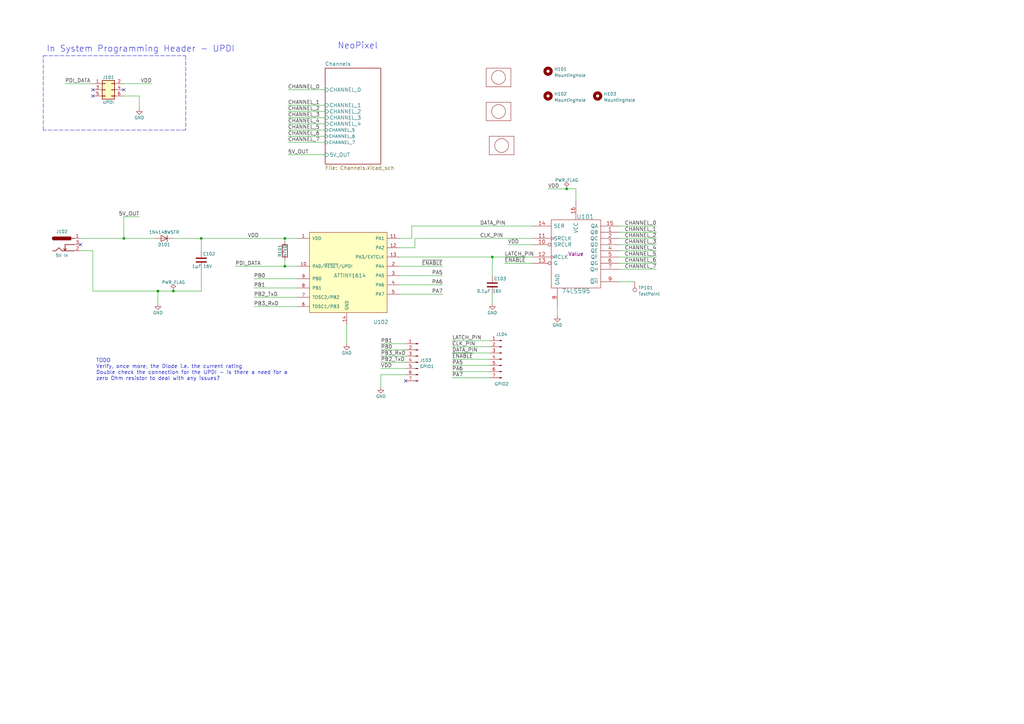
<source format=kicad_sch>
(kicad_sch (version 20211123) (generator eeschema)
  (paper "A3")
  (title_block (title "Advent Sternal - NeoPixel Driver") (date "2017-10-25") (rev "2L_1") (company "SM"))
  (lib_symbols
    (symbol "Connector:Conn_01x07_Male" (pin_names (offset 1.016) hide)
      (property "Reference" "J" (at 0 10.16 0))
      (property "Value" "Conn_01x07_Male" (at 0 -10.16 0))
      (symbol "Conn_01x07_Male_1_1"
        (polyline (pts (xy 1.27 -7.62) (xy 0.8636 -7.62)) (stroke (width 0.1524)))
        (polyline (pts (xy 1.27 -5.08) (xy 0.8636 -5.08)) (stroke (width 0.1524)))
        (polyline (pts (xy 1.27 -2.54) (xy 0.8636 -2.54)) (stroke (width 0.1524)))
        (polyline (pts (xy 1.27 0) (xy 0.8636 0)) (stroke (width 0.1524)))
        (polyline (pts (xy 1.27 2.54) (xy 0.8636 2.54)) (stroke (width 0.1524)))
        (polyline (pts (xy 1.27 5.08) (xy 0.8636 5.08)) (stroke (width 0.1524)))
        (polyline (pts (xy 1.27 7.62) (xy 0.8636 7.62)) (stroke (width 0.1524)))
        (rectangle (start 0.8636 -7.493) (end 0 -7.747) (stroke (width 0.1524)) (fill (type outline)))
        (rectangle (start 0.8636 -4.953) (end 0 -5.207) (stroke (width 0.1524)) (fill (type outline)))
        (rectangle (start 0.8636 -2.413) (end 0 -2.667) (stroke (width 0.1524)) (fill (type outline)))
        (rectangle (start 0.8636 0.127) (end 0 -0.127) (stroke (width 0.1524)) (fill (type outline)))
        (rectangle (start 0.8636 2.667) (end 0 2.413) (stroke (width 0.1524)) (fill (type outline)))
        (rectangle (start 0.8636 5.207) (end 0 4.953) (stroke (width 0.1524)) (fill (type outline)))
        (rectangle (start 0.8636 7.747) (end 0 7.493) (stroke (width 0.1524)) (fill (type outline)))
        (pin passive line (at 5.08 7.62 180) (length 3.81) (name "Pin_1") (number "1"))
        (pin passive line (at 5.08 5.08 180) (length 3.81) (name "Pin_2") (number "2"))
        (pin passive line (at 5.08 2.54 180) (length 3.81) (name "Pin_3") (number "3"))
        (pin passive line (at 5.08 0 180) (length 3.81) (name "Pin_4") (number "4"))
        (pin passive line (at 5.08 -2.54 180) (length 3.81) (name "Pin_5") (number "5"))
        (pin passive line (at 5.08 -5.08 180) (length 3.81) (name "Pin_6") (number "6"))
        (pin passive line (at 5.08 -7.62 180) (length 3.81) (name "Pin_7") (number "7"))
      )
    )
    (symbol "Connector:TestPoint" (pin_numbers hide) (pin_names (offset 0.762) hide)
      (property "Reference" "TP" (at 0 6.858 0))
      (property "Value" "TestPoint" (at 0 5.08 0))
      (symbol "TestPoint_0_1"
        (circle (center 0 3.302) (radius 0.762))
      )
      (symbol "TestPoint_1_1"
        (pin passive line (at 0 0 90) (length 2.54) (name "1") (number "1"))
      )
    )
    (symbol "EightChannel-rescue:74LS596-RESCUE-EightChannel" (pin_names (offset 1.016))
      (property "Reference" "U" (at 3.81 15.24 0))
      (property "Value" "74LS596-RESCUE-EightChannel" (at 0 -15.24 0))
      (symbol "74LS596-RESCUE-EightChannel_0_1"
        (rectangle (start -10.16 -13.97) (end 10.16 13.97))
      )
      (symbol "74LS596-RESCUE-EightChannel_1_1"
        (pin tri_state line (at 17.78 8.89 180) (length 7.62) (name "QB") (number "1"))
        (pin input inverted (at -17.78 3.81 0) (length 7.62) (name "SRCLR") (number "10"))
        (pin input clock (at -17.78 6.35 0) (length 7.62) (name "SRCLK") (number "11"))
        (pin input clock (at -17.78 -1.27 0) (length 7.62) (name "RCLK") (number "12"))
        (pin input inverted (at -17.78 -3.81 0) (length 7.62) (name "G") (number "13"))
        (pin input line (at -17.78 11.43 0) (length 7.62) (name "SER") (number "14"))
        (pin tri_state line (at 17.78 11.43 180) (length 7.62) (name "QA") (number "15"))
        (pin power_in line (at 0 21.59 270) (length 7.62) (name "VCC") (number "16"))
        (pin tri_state line (at 17.78 6.35 180) (length 7.62) (name "QC") (number "2"))
        (pin tri_state line (at 17.78 3.81 180) (length 7.62) (name "QD") (number "3"))
        (pin tri_state line (at 17.78 1.27 180) (length 7.62) (name "QE") (number "4"))
        (pin tri_state line (at 17.78 -1.27 180) (length 7.62) (name "QF") (number "5"))
        (pin tri_state line (at 17.78 -3.81 180) (length 7.62) (name "QG") (number "6"))
        (pin tri_state line (at 17.78 -6.35 180) (length 7.62) (name "QH") (number "7"))
        (pin power_in line (at -7.62 -21.59 90) (length 7.62) (name "GND") (number "8"))
        (pin output line (at 17.78 -11.43 180) (length 7.62) (name "~{QH}") (number "9"))
      )
    )
    (symbol "EightChannel-rescue:ATTINY1614" (pin_names (offset 1.016))
      (property "Reference" "U" (at 13.97 -20.32 0))
      (property "Value" "ATTINY1614" (at 1.27 -1.27 0))
      (symbol "ATTINY1614_0_1"
        (rectangle (start -15.24 16.51) (end 16.51 -16.51) (fill (type background)))
      )
      (symbol "ATTINY1614_1_1"
        (pin input line (at -20.32 13.97 0) (length 5.08) (name "VDD") (number "1"))
        (pin input line (at -20.32 2.54 0) (length 5.08) (name "PA0/~{RESET}/UPDI") (number "10"))
        (pin input line (at 21.59 13.97 180) (length 5.08) (name "PA1") (number "11"))
        (pin input line (at 21.59 10.16 180) (length 5.08) (name "PA2") (number "12"))
        (pin input line (at 21.59 6.35 180) (length 5.08) (name "PA3/EXTCLK") (number "13"))
        (pin input line (at 0 -21.59 90) (length 5.08) (name "GND") (number "14"))
        (pin input line (at 21.59 2.54 180) (length 5.08) (name "PA4") (number "2"))
        (pin input line (at 21.59 -1.27 180) (length 5.08) (name "PA5") (number "3"))
        (pin input line (at 21.59 -5.08 180) (length 5.08) (name "PA6") (number "4"))
        (pin input line (at 21.59 -8.89 180) (length 5.08) (name "PA7") (number "5"))
        (pin input line (at -20.32 -13.97 0) (length 5.08) (name "TOSC1/PB3") (number "6"))
        (pin input line (at -20.32 -10.16 0) (length 5.08) (name "TOSC2/PB2") (number "7"))
        (pin input line (at -20.32 -6.35 0) (length 5.08) (name "PB1") (number "8"))
        (pin input line (at -20.32 -2.54 0) (length 5.08) (name "PB0") (number "9"))
      )
    )
    (symbol "EightChannel-rescue:C" (pin_numbers hide) (pin_names (offset 0.254))
      (property "Reference" "C" (at 0.635 2.54 0))
      (property "Value" "C" (at 0.635 -2.54 0))
      (symbol "C_0_1"
        (polyline (pts (xy -2.032 -0.762) (xy 2.032 -0.762)) (stroke (width 0.508)))
        (polyline (pts (xy -2.032 0.762) (xy 2.032 0.762)) (stroke (width 0.508)))
      )
      (symbol "C_1_1"
        (pin passive line (at 0 3.81 270) (length 2.794) (name "~") (number "1"))
        (pin passive line (at 0 -3.81 90) (length 2.794) (name "~") (number "2"))
      )
    )
    (symbol "EightChannel-rescue:Conn_01x07_Male" (pin_names (offset 1.016) hide)
      (property "Reference" "J" (at 0 10.16 0))
      (property "Value" "Conn_01x07_Male" (at 0 -10.16 0))
      (symbol "Conn_01x07_Male_1_1"
        (polyline (pts (xy 1.27 -7.62) (xy 0.8636 -7.62)) (stroke (width 0.1524)))
        (polyline (pts (xy 1.27 -5.08) (xy 0.8636 -5.08)) (stroke (width 0.1524)))
        (polyline (pts (xy 1.27 -2.54) (xy 0.8636 -2.54)) (stroke (width 0.1524)))
        (polyline (pts (xy 1.27 0) (xy 0.8636 0)) (stroke (width 0.1524)))
        (polyline (pts (xy 1.27 2.54) (xy 0.8636 2.54)) (stroke (width 0.1524)))
        (polyline (pts (xy 1.27 5.08) (xy 0.8636 5.08)) (stroke (width 0.1524)))
        (polyline (pts (xy 1.27 7.62) (xy 0.8636 7.62)) (stroke (width 0.1524)))
        (rectangle (start 0.8636 -7.493) (end 0 -7.747) (stroke (width 0.1524)) (fill (type outline)))
        (rectangle (start 0.8636 -4.953) (end 0 -5.207) (stroke (width 0.1524)) (fill (type outline)))
        (rectangle (start 0.8636 -2.413) (end 0 -2.667) (stroke (width 0.1524)) (fill (type outline)))
        (rectangle (start 0.8636 0.127) (end 0 -0.127) (stroke (width 0.1524)) (fill (type outline)))
        (rectangle (start 0.8636 2.667) (end 0 2.413) (stroke (width 0.1524)) (fill (type outline)))
        (rectangle (start 0.8636 5.207) (end 0 4.953) (stroke (width 0.1524)) (fill (type outline)))
        (rectangle (start 0.8636 7.747) (end 0 7.493) (stroke (width 0.1524)) (fill (type outline)))
        (pin passive line (at 5.08 7.62 180) (length 3.81) (name "Pin_1") (number "1"))
        (pin passive line (at 5.08 5.08 180) (length 3.81) (name "Pin_2") (number "2"))
        (pin passive line (at 5.08 2.54 180) (length 3.81) (name "Pin_3") (number "3"))
        (pin passive line (at 5.08 0 180) (length 3.81) (name "Pin_4") (number "4"))
        (pin passive line (at 5.08 -2.54 180) (length 3.81) (name "Pin_5") (number "5"))
        (pin passive line (at 5.08 -5.08 180) (length 3.81) (name "Pin_6") (number "6"))
        (pin passive line (at 5.08 -7.62 180) (length 3.81) (name "Pin_7") (number "7"))
      )
    )
    (symbol "EightChannel-rescue:Conn_02x03_Odd_Even" (pin_names (offset 1.016) hide)
      (property "Reference" "J" (at 1.27 5.08 0))
      (property "Value" "Conn_02x03_Odd_Even" (at 1.27 -5.08 0))
      (symbol "Conn_02x03_Odd_Even_1_1"
        (rectangle (start -1.27 -2.413) (end 0 -2.667) (stroke (width 0.1524)))
        (rectangle (start -1.27 0.127) (end 0 -0.127) (stroke (width 0.1524)))
        (rectangle (start -1.27 2.667) (end 0 2.413) (stroke (width 0.1524)))
        (rectangle (start -1.27 3.81) (end 3.81 -3.81) (stroke (width 0.254)) (fill (type background)))
        (rectangle (start 3.81 -2.413) (end 2.54 -2.667) (stroke (width 0.1524)))
        (rectangle (start 3.81 0.127) (end 2.54 -0.127) (stroke (width 0.1524)))
        (rectangle (start 3.81 2.667) (end 2.54 2.413) (stroke (width 0.1524)))
        (pin passive line (at -5.08 2.54 0) (length 3.81) (name "Pin_1") (number "1"))
        (pin passive line (at 7.62 2.54 180) (length 3.81) (name "Pin_2") (number "2"))
        (pin passive line (at -5.08 0 0) (length 3.81) (name "Pin_3") (number "3"))
        (pin passive line (at 7.62 0 180) (length 3.81) (name "Pin_4") (number "4"))
        (pin passive line (at -5.08 -2.54 0) (length 3.81) (name "Pin_5") (number "5"))
        (pin passive line (at 7.62 -2.54 180) (length 3.81) (name "Pin_6") (number "6"))
      )
    )
    (symbol "EightChannel-rescue:D" (pin_numbers hide) (pin_names (offset 1.016) hide)
      (property "Reference" "D" (at 0 2.54 0))
      (property "Value" "D" (at 0 -2.54 0))
      (symbol "D_0_1"
        (polyline (pts (xy -1.27 1.27) (xy -1.27 -1.27)) (stroke (width 0.2032)))
        (polyline (pts (xy 1.27 0) (xy -1.27 0)))
        (polyline (pts (xy 1.27 1.27) (xy 1.27 -1.27) (xy -1.27 0) (xy 1.27 1.27)) (stroke (width 0.2032)))
      )
      (symbol "D_1_1"
        (pin passive line (at -3.81 0 0) (length 2.54) (name "K") (number "1"))
        (pin passive line (at 3.81 0 180) (length 2.54) (name "A") (number "2"))
      )
    )
    (symbol "EightChannel-rescue:GND" (power) (pin_names (offset 0))
      (property "Value" "GND" (at 0 -3.81 0))
      (symbol "GND_0_1"
        (polyline (pts (xy 0 0) (xy 0 -1.27) (xy 1.27 -1.27) (xy 0 -2.54) (xy -1.27 -1.27) (xy 0 -1.27)))
      )
      (symbol "GND_1_1"
        (pin power_in line (at 0 0 270) (length 0) hide (name "GND") (number "1"))
      )
    )
    (symbol "EightChannel-rescue:Jack-DC" (pin_names (offset 1.016))
      (property "Reference" "J" (at 0 5.334 0))
      (property "Value" "Jack-DC" (at 0 -4.445 0))
      (symbol "Jack-DC_0_1"
        (arc (start -3.302 3.175) (mid -3.937 2.54) (end -3.302 1.905) (stroke (width 0.254)))
        (arc (start -3.302 3.175) (mid -3.937 2.54) (end -3.302 1.905) (stroke (width 0.254)) (fill (type outline)))
        (polyline (pts (xy 1.27 -2.286) (xy 1.905 -1.651)) (stroke (width 0.254)))
        (polyline (pts (xy 5.08 2.54) (xy 3.81 2.54)) (stroke (width 0.254)))
        (polyline (pts (xy 5.08 0) (xy 1.27 0) (xy 1.27 -2.286) (xy 0.635 -1.651)) (stroke (width 0.254)))
        (polyline (pts (xy -3.81 -2.54) (xy -2.54 -2.54) (xy -1.27 -1.27) (xy 0 -2.54) (xy 2.54 -2.54) (xy 5.08 -2.54)) (stroke (width 0.254)))
        (rectangle (start 3.683 3.175) (end -3.302 1.905) (stroke (width 0.254)) (fill (type outline)))
      )
      (symbol "Jack-DC_1_1"
        (pin passive line (at 7.62 2.54 180) (length 2.54) (name "~") (number "1"))
        (pin passive line (at 7.62 -2.54 180) (length 2.54) (name "~") (number "2"))
        (pin passive line (at 7.62 0 180) (length 2.54) (name "~") (number "3"))
      )
    )
    (symbol "EightChannel-rescue:R" (pin_numbers hide) (pin_names (offset 0))
      (property "Reference" "R" (at 2.032 0 90))
      (property "Value" "R" (at 0 0 90))
      (symbol "R_0_1"
        (rectangle (start -1.016 -2.54) (end 1.016 2.54) (stroke (width 0.254)))
      )
      (symbol "R_1_1"
        (pin passive line (at 0 3.81 270) (length 1.27) (name "~") (number "1"))
        (pin passive line (at 0 -3.81 90) (length 1.27) (name "~") (number "2"))
      )
    )
    (symbol "Mechanical:MountingHole" (pin_names (offset 1.016))
      (property "Reference" "H" (at 0 5.08 0))
      (property "Value" "MountingHole" (at 0 3.175 0))
      (symbol "MountingHole_0_1"
        (circle (center 0 0) (radius 1.27) (stroke (width 1.27)))
      )
    )
    (symbol "mech:logo" (pin_names (offset 1.016))
      (symbol "logo_0_1"
        (rectangle (start -5.08 3.81) (end 5.08 -3.81))
        (circle (center 0 0) (radius 2.8448))
      )
    )
    (symbol "power:PWR_FLAG" (power) (pin_numbers hide) (pin_names (offset 0) hide)
      (property "Value" "PWR_FLAG" (at 0 3.81 0))
      (symbol "PWR_FLAG_0_0"
        (pin power_out line (at 0 0 90) (length 0) (name "pwr") (number "1"))
      )
      (symbol "PWR_FLAG_0_1"
        (polyline (pts (xy 0 0) (xy 0 1.27) (xy -1.016 1.905) (xy 0 2.54) (xy 1.016 1.905) (xy 0 1.27)))
      )
    )
  )
  (junction (at 50.8 97.79))
  (junction (at 64.77 119.38))
  (junction (at 116.84 109.22))
  (junction (at 116.84 97.79))
  (junction (at 71.12 119.38))
  (junction (at 201.93 105.41))
  (junction (at 232.41 77.47))
  (junction (at 82.55 97.79))
  (no_connect (at 38.1 36.83))
  (no_connect (at 50.8 36.83))
  (no_connect (at 38.1 39.37))
  (no_connect (at 33.02 100.33))
  (no_connect (at 166.37 156.21))
  (wire (pts (xy 170.18 97.79) (xy 218.44 97.79)))
  (wire (pts (xy 156.21 153.67) (xy 156.21 158.75)))
  (wire (pts (xy 133.35 48.26) (xy 118.11 48.26)))
  (wire (pts (xy 201.93 124.46) (xy 201.93 120.65)))
  (wire (pts (xy 236.22 82.55) (xy 236.22 77.47)))
  (wire (pts (xy 254 110.49) (xy 269.24 110.49)))
  (wire (pts (xy 50.8 88.9) (xy 57.15 88.9)))
  (wire (pts (xy 236.22 77.47) (xy 232.41 77.47)))
  (wire (pts (xy 38.1 34.29) (xy 26.67 34.29)))
  (polyline (pts (xy 76.2 22.86) (xy 76.2 53.34)))
  (wire (pts (xy 254 107.95) (xy 269.24 107.95)))
  (wire (pts (xy 166.37 140.97) (xy 156.21 140.97)))
  (wire (pts (xy 71.12 97.79) (xy 82.55 97.79)))
  (wire (pts (xy 208.28 100.33) (xy 218.44 100.33)))
  (wire (pts (xy 254 115.57) (xy 260.35 115.57)))
  (wire (pts (xy 254 95.25) (xy 269.24 95.25)))
  (wire (pts (xy 133.35 36.83) (xy 118.11 36.83)))
  (polyline (pts (xy 17.78 53.34) (xy 17.78 22.86)))
  (wire (pts (xy 38.1 119.38) (xy 64.77 119.38)))
  (wire (pts (xy 166.37 153.67) (xy 156.21 153.67)))
  (wire (pts (xy 121.92 118.11) (xy 104.14 118.11)))
  (wire (pts (xy 228.6 125.73) (xy 228.6 129.54)))
  (wire (pts (xy 166.37 148.59) (xy 156.21 148.59)))
  (wire (pts (xy 232.41 77.47) (xy 224.79 77.47)))
  (wire (pts (xy 71.12 119.38) (xy 82.55 119.38)))
  (wire (pts (xy 166.37 146.05) (xy 156.21 146.05)))
  (wire (pts (xy 133.35 45.72) (xy 118.11 45.72)))
  (wire (pts (xy 133.35 58.42) (xy 118.11 58.42)))
  (polyline (pts (xy 76.2 53.34) (xy 17.78 53.34)))
  (wire (pts (xy 168.91 92.71) (xy 218.44 92.71)))
  (wire (pts (xy 254 92.71) (xy 269.24 92.71)))
  (wire (pts (xy 218.44 107.95) (xy 207.01 107.95)))
  (wire (pts (xy 166.37 143.51) (xy 156.21 143.51)))
  (wire (pts (xy 200.66 147.32) (xy 185.42 147.32)))
  (wire (pts (xy 116.84 109.22) (xy 116.84 106.68)))
  (wire (pts (xy 163.83 97.79) (xy 168.91 97.79)))
  (wire (pts (xy 133.35 63.5) (xy 118.11 63.5)))
  (wire (pts (xy 254 97.79) (xy 269.24 97.79)))
  (wire (pts (xy 38.1 102.87) (xy 33.02 102.87)))
  (wire (pts (xy 50.8 34.29) (xy 62.23 34.29)))
  (wire (pts (xy 200.66 149.86) (xy 185.42 149.86)))
  (wire (pts (xy 200.66 154.94) (xy 185.42 154.94)))
  (wire (pts (xy 200.66 142.24) (xy 185.42 142.24)))
  (wire (pts (xy 163.83 116.84) (xy 181.61 116.84)))
  (wire (pts (xy 133.35 43.18) (xy 118.11 43.18)))
  (wire (pts (xy 168.91 97.79) (xy 168.91 92.71)))
  (wire (pts (xy 121.92 114.3) (xy 104.14 114.3)))
  (wire (pts (xy 163.83 101.6) (xy 170.18 101.6)))
  (wire (pts (xy 133.35 53.34) (xy 118.11 53.34)))
  (wire (pts (xy 200.66 144.78) (xy 185.42 144.78)))
  (wire (pts (xy 133.35 50.8) (xy 118.11 50.8)))
  (wire (pts (xy 116.84 99.06) (xy 116.84 97.79)))
  (wire (pts (xy 82.55 119.38) (xy 82.55 110.49)))
  (wire (pts (xy 254 105.41) (xy 269.24 105.41)))
  (wire (pts (xy 200.66 152.4) (xy 185.42 152.4)))
  (wire (pts (xy 163.83 105.41) (xy 201.93 105.41)))
  (wire (pts (xy 133.35 55.88) (xy 118.11 55.88)))
  (wire (pts (xy 254 100.33) (xy 269.24 100.33)))
  (wire (pts (xy 156.21 151.13) (xy 166.37 151.13)))
  (wire (pts (xy 142.24 140.97) (xy 142.24 133.35)))
  (wire (pts (xy 38.1 119.38) (xy 38.1 102.87)))
  (wire (pts (xy 33.02 97.79) (xy 50.8 97.79)))
  (wire (pts (xy 201.93 105.41) (xy 218.44 105.41)))
  (wire (pts (xy 82.55 97.79) (xy 116.84 97.79)))
  (wire (pts (xy 201.93 105.41) (xy 201.93 113.03)))
  (wire (pts (xy 64.77 119.38) (xy 64.77 124.46)))
  (wire (pts (xy 82.55 97.79) (xy 82.55 102.87)))
  (wire (pts (xy 254 102.87) (xy 269.24 102.87)))
  (wire (pts (xy 64.77 119.38) (xy 71.12 119.38)))
  (wire (pts (xy 121.92 121.92) (xy 104.14 121.92)))
  (wire (pts (xy 116.84 109.22) (xy 121.92 109.22)))
  (wire (pts (xy 50.8 97.79) (xy 63.5 97.79)))
  (wire (pts (xy 50.8 39.37) (xy 57.15 39.37)))
  (wire (pts (xy 163.83 120.65) (xy 181.61 120.65)))
  (wire (pts (xy 50.8 97.79) (xy 50.8 88.9)))
  (wire (pts (xy 170.18 101.6) (xy 170.18 97.79)))
  (wire (pts (xy 57.15 39.37) (xy 57.15 44.45)))
  (wire (pts (xy 163.83 113.03) (xy 181.61 113.03)))
  (wire (pts (xy 116.84 97.79) (xy 121.92 97.79)))
  (wire (pts (xy 121.92 125.73) (xy 104.14 125.73)))
  (polyline (pts (xy 17.78 22.86) (xy 76.2 22.86)))
  (wire (pts (xy 96.52 109.22) (xy 116.84 109.22)))
  (wire (pts (xy 163.83 109.22) (xy 181.61 109.22)))
  (wire (pts (xy 200.66 139.7) (xy 185.42 139.7)))
  (text "TODO \nVerify, once more, the Diode i.e. the current rating\nDouble check the connection for the UPDI - is there a need for a \nzero Ohm resistor to deal with any issues?" (at 39.37 156.21 0) (effects (font (size 1.524 1.524)) (justify left bottom)))
  (text "NeoPixel" (at 138.43 20.32 0) (effects (font (size 2.54 2.54)) (justify left bottom)))
  (text "In System Programming Header - UPDI" (at 19.05 21.59 0) (effects (font (size 2.54 2.54)) (justify left bottom)))
  (label "CHANNEL_4" (at 269.24 102.87 180) (effects (font (size 1.524 1.524))))
  (label "PB2_TxD" (at 156.21 148.59 0) (effects (font (size 1.524 1.524))))
  (label "VDD" (at 156.21 151.13 0) (effects (font (size 1.524 1.524))))
  (label "LATCH_PIN" (at 207.01 105.41 0) (effects (font (size 1.524 1.524))))
  (label "PB0" (at 104.14 114.3 0) (effects (font (size 1.524 1.524))))
  (label "CHANNEL_6" (at 269.24 107.95 180) (effects (font (size 1.524 1.524))))
  (label "PA6" (at 185.42 152.4 0) (effects (font (size 1.524 1.524))))
  (label "PDI_DATA" (at 26.67 34.29 0) (effects (font (size 1.524 1.524))))
  (label "VDD" (at 224.79 77.47 0) (effects (font (size 1.524 1.524))))
  (label "CHANNEL_6" (at 118.11 55.88 0) (effects (font (size 1.524 1.524))))
  (label "5V_OUT" (at 118.11 63.5 0) (effects (font (size 1.524 1.524))))
  (label "CHANNEL_5" (at 269.24 105.41 180) (effects (font (size 1.524 1.524))))
  (label "VDD" (at 101.6 97.79 0) (effects (font (size 1.524 1.524))))
  (label "PB3_RxD" (at 104.14 125.73 0) (effects (font (size 1.524 1.524))))
  (label "~{ENABLE}" (at 181.61 109.22 180) (effects (font (size 1.524 1.524))))
  (label "PB2_TxD" (at 104.14 121.92 0) (effects (font (size 1.524 1.524))))
  (label "CHANNEL_2" (at 269.24 97.79 180) (effects (font (size 1.524 1.524))))
  (label "PB1" (at 104.14 118.11 0) (effects (font (size 1.524 1.524))))
  (label "5V_OUT" (at 57.15 88.9 180) (effects (font (size 1.524 1.524))))
  (label "CHANNEL_7" (at 269.24 110.49 180) (effects (font (size 1.524 1.524))))
  (label "CHANNEL_1" (at 118.11 43.18 0) (effects (font (size 1.524 1.524))))
  (label "~{ENABLE}" (at 207.01 107.95 0) (effects (font (size 1.524 1.524))))
  (label "~{ENABLE}" (at 185.42 147.32 0) (effects (font (size 1.524 1.524))))
  (label "PDI_DATA" (at 96.52 109.22 0) (effects (font (size 1.524 1.524))))
  (label "LATCH_PIN" (at 185.42 139.7 0) (effects (font (size 1.524 1.524))))
  (label "CLK_PIN" (at 196.85 97.79 0) (effects (font (size 1.524 1.524))))
  (label "PA7" (at 185.42 154.94 0) (effects (font (size 1.524 1.524))))
  (label "CHANNEL_3" (at 269.24 100.33 180) (effects (font (size 1.524 1.524))))
  (label "CHANNEL_7" (at 118.11 58.42 0) (effects (font (size 1.524 1.524))))
  (label "CHANNEL_0" (at 118.11 36.83 0) (effects (font (size 1.524 1.524))))
  (label "DATA_PIN" (at 185.42 144.78 0) (effects (font (size 1.524 1.524))))
  (label "VDD" (at 62.23 34.29 180) (effects (font (size 1.524 1.524))))
  (label "PB3_RxD" (at 156.21 146.05 0) (effects (font (size 1.524 1.524))))
  (label "CHANNEL_3" (at 118.11 48.26 0) (effects (font (size 1.524 1.524))))
  (label "CHANNEL_0" (at 269.24 92.71 180) (effects (font (size 1.524 1.524))))
  (label "PA6" (at 181.61 116.84 180) (effects (font (size 1.524 1.524))))
  (label "PA5" (at 181.61 113.03 180) (effects (font (size 1.524 1.524))))
  (label "CHANNEL_5" (at 118.11 53.34 0) (effects (font (size 1.524 1.524))))
  (label "CHANNEL_4" (at 118.11 50.8 0) (effects (font (size 1.524 1.524))))
  (label "PB1" (at 156.21 140.97 0) (effects (font (size 1.524 1.524))))
  (label "PB0" (at 156.21 143.51 0) (effects (font (size 1.524 1.524))))
  (label "VDD" (at 208.28 100.33 0) (effects (font (size 1.524 1.524))))
  (label "CHANNEL_1" (at 269.24 95.25 180) (effects (font (size 1.524 1.524))))
  (label "CHANNEL_2" (at 118.11 45.72 0) (effects (font (size 1.524 1.524))))
  (label "CLK_PIN" (at 185.42 142.24 0) (effects (font (size 1.524 1.524))))
  (label "PA7" (at 181.61 120.65 180) (effects (font (size 1.524 1.524))))
  (label "DATA_PIN" (at 196.85 92.71 0) (effects (font (size 1.524 1.524))))
  (label "PA5" (at 185.42 149.86 0) (effects (font (size 1.524 1.524))))
  (symbol (lib_id "EightChannel-rescue:ATTINY1614") (at 142.24 111.76 0) (unit 1)
    (property "Reference" "U102" (at 156.21 132.08 0) (effects (font (size 1.524 1.524))))
    (property "Value" "ATTINY1614" (at 143.51 113.03 0) (effects (font (size 1.524 1.524))))
    (property "Footprint" "Package_SO:SOIC-14_3.9x8.7mm_P1.27mm" (effects hide))
  )
  (symbol (lib_id "EightChannel-rescue:R") (at 116.84 102.87 180) (unit 1)
    (property "Reference" "R101" (at 114.808 102.87 90))
    (property "Value" "47kΩ" (at 116.84 102.87 90))
    (property "Footprint" "Resistor_SMD:R_0805_2012Metric" (effects hide))
    (property "Link" "Value" (effects hide))
  )
  (symbol (lib_id "EightChannel-rescue:GND") (at 142.24 140.97 0) (unit 1)
    (property "Reference" "#PWR01" (effects hide))
    (property "Value" "GND" (at 142.24 144.78 0))
  )
  (symbol (lib_id "EightChannel-rescue:GND") (at 57.15 44.45 0) (unit 1)
    (property "Reference" "#PWR02" (effects hide))
    (property "Value" "GND" (at 57.15 48.26 0))
  )
  (symbol (lib_id "EightChannel-rescue:GND") (at 64.77 124.46 0) (unit 1)
    (property "Reference" "#PWR03" (effects hide))
    (property "Value" "GND" (at 64.77 128.27 0))
  )
  (symbol (lib_id "EightChannel-rescue:Conn_02x03_Odd_Even") (at 43.18 36.83 0) (unit 1)
    (property "Reference" "J101" (at 44.45 31.75 0))
    (property "Value" "UPDI" (at 44.45 41.91 0))
    (property "Footprint" "advent_sternla:PRG_TC2030-IDC-NL" (effects hide))
  )
  (symbol (lib_id "EightChannel-rescue:C") (at 82.55 106.68 0) (unit 1)
    (property "Reference" "C102" (at 83.185 104.14 0) (effects (justify left)))
    (property "Value" "1μF 16V" (at 78.74 109.22 0) (effects (justify left)))
    (property "Footprint" "Capacitors_SMD:C_0805_HandSoldering" (effects hide))
    (property "Link" "Value" (effects hide))
  )
  (symbol (lib_id "EightChannel-rescue:Jack-DC") (at 25.4 100.33 0) (unit 1)
    (property "Reference" "J102" (at 25.4 94.996 0))
    (property "Value" "5V In" (at 25.4 104.775 0))
    (property "Footprint" "advent_sternla:CONN_PWR_JACK_1_3X3_5MM_SOLDER" (effects hide))
    (property "Datasheet" "http://www.cui.com/product/resource/pj-031dh.pdf" (effects hide))
    (property "MPN" "PJ-031DH" (effects hide))
    (property "Link" "https://www.digikey.de/scripts/DkSearch/dksus.dll?Detail&itemSeq=242071905&uq=636445427915242131" (effects hide))
  )
  (symbol (lib_id "EightChannel-rescue:D") (at 67.31 97.79 180) (unit 1)
    (property "Reference" "D101" (at 67.31 100.33 0))
    (property "Value" "1N4148WSTR" (at 67.31 95.25 0))
    (property "Footprint" "Diodes_SMD:D_SOD-123F" (effects hide))
    (property "Datasheet" "http://www.smc-diodes.com/propdf/1N4148WS%20N0572%20REV.B.pdf" (effects hide))
    (property "MPN" "1N4148WSTR" (effects hide))
    (property "ConradPN" "Value" (effects hide))
    (property "Label" "Value" (effects hide))
  )
  (symbol (lib_id "EightChannel-rescue:74LS596-RESCUE-EightChannel") (at 236.22 104.14 0) (unit 1)
    (property "Reference" "U101" (at 240.03 88.9 0) (effects (font (size 1.778 1.778))))
    (property "Value" "74LS595" (at 236.22 119.38 0) (effects (font (size 1.778 1.778))))
    (property "Footprint" "Housings_SOIC:SOIC-16_3.9x9.9mm_Pitch1.27mm" (effects hide))
    (property "MPN" "Value" (effects hide))
    (property "Link" "Value" (effects hide))
    (property "Comp_Name" "Value" (at 236.22 104.14 0) (effects (font (size 1.524 1.524))))
    (property "ConradPN" "Value" (effects hide))
    (property "Label" "Value" (at 236.22 104.14 0) (effects (font (size 1.524 1.524))))
  )
  (symbol (lib_id "EightChannel-rescue:GND") (at 228.6 129.54 0) (unit 1)
    (property "Reference" "#PWR04" (effects hide))
    (property "Value" "GND" (at 228.6 133.35 0))
  )
  (symbol (lib_id "EightChannel-rescue:C") (at 201.93 116.84 0) (unit 1)
    (property "Reference" "C103" (at 202.565 114.3 0) (effects (justify left)))
    (property "Value" "0.1μF 16V" (at 195.58 119.38 0) (effects (justify left)))
    (property "Footprint" "Capacitors_SMD:C_0805_HandSoldering" (effects hide))
    (property "Link" "Value" (effects hide))
  )
  (symbol (lib_id "EightChannel-rescue:GND") (at 201.93 124.46 0) (unit 1)
    (property "Reference" "#PWR05" (effects hide))
    (property "Value" "GND" (at 201.93 128.27 0))
  )
  (symbol (lib_id "EightChannel-rescue:Conn_01x07_Male") (at 205.74 147.32 0) (mirror y) (unit 1)
    (property "Reference" "J104" (at 205.74 137.16 0))
    (property "Value" "GPIO2" (at 205.74 157.48 0))
    (property "Footprint" "Connector_PinHeader_2.54mm:PinHeader_1x07_P2.54mm_Vertical" (effects hide))
  )
  (symbol (lib_id "EightChannel-rescue:GND") (at 156.21 158.75 0) (unit 1)
    (property "Reference" "#PWR0101" (effects hide))
    (property "Value" "GND" (at 156.21 162.56 0))
  )
  (symbol (lib_id "Mechanical:MountingHole") (at 224.79 29.21 0) (unit 1)
    (property "Reference" "H101" (at 227.33 28.3753 0) (effects (justify left)))
    (property "Value" "MountingHole" (at 227.33 30.9122 0) (effects (justify left)))
    (property "Footprint" "MountingHole:MountingHole_2.7mm_M2.5" (effects hide))
  )
  (symbol (lib_id "Connector:TestPoint") (at 260.35 115.57 180) (unit 1)
    (property "Reference" "TP101" (at 261.747 118.0373 0) (effects (justify right)))
    (property "Value" "TestPoint" (at 261.747 120.5742 0) (effects (justify right)))
    (property "Footprint" "TestPoint:TestPoint_THTPad_D1.0mm_Drill0.5mm" (effects hide))
  )
  (symbol (lib_id "mech:logo") (at 205.74 59.69 0) (unit 1)
    (property "Reference" "Lg103" (effects hide))
    (property "Value" "logo" (effects hide))
    (property "Footprint" "advent_sternla:QR_AdventSternla_FS" (effects hide))
  )
  (symbol (lib_id "power:PWR_FLAG") (at 71.12 119.38 0) (unit 1)
    (property "Reference" "#FLG0102" (effects hide))
    (property "Value" "PWR_FLAG" (at 71.12 115.8042 0))
  )
  (symbol (lib_id "Mechanical:MountingHole") (at 245.11 39.37 0) (unit 1)
    (property "Reference" "H103" (at 247.65 38.5353 0) (effects (justify left)))
    (property "Value" "MountingHole" (at 247.65 41.0722 0) (effects (justify left)))
    (property "Footprint" "MountingHole:MountingHole_2.7mm_M2.5" (effects hide))
  )
  (symbol (lib_id "Connector:Conn_01x07_Male") (at 171.45 148.59 0) (mirror y) (unit 1)
    (property "Reference" "J103" (at 172.1612 147.7553 0) (effects (justify right)))
    (property "Value" "GPIO1" (at 172.1612 150.2922 0) (effects (justify right)))
    (property "Footprint" "Connector_PinHeader_2.54mm:PinHeader_1x07_P2.54mm_Vertical" (effects hide))
  )
  (symbol (lib_id "Mechanical:MountingHole") (at 224.79 39.37 0) (unit 1)
    (property "Reference" "H102" (at 227.33 38.5353 0) (effects (justify left)))
    (property "Value" "MountingHole" (at 227.33 41.0722 0) (effects (justify left)))
    (property "Footprint" "MountingHole:MountingHole_2.7mm_M2.5" (effects hide))
  )
  (symbol (lib_id "power:PWR_FLAG") (at 232.41 77.47 0) (unit 1)
    (property "Reference" "#FLG0101" (effects hide))
    (property "Value" "PWR_FLAG" (at 232.41 73.8942 0))
  )
  (symbol (lib_id "mech:logo") (at 204.47 31.75 0) (unit 1)
    (property "Reference" "Lg101" (effects hide))
    (property "Value" "logo" (effects hide))
    (property "Footprint" "mech:MyBasic_rounded_50_1" (effects hide))
  )
  (symbol (lib_id "mech:logo") (at 204.47 45.72 0) (unit 1)
    (property "Reference" "Lg102" (effects hide))
    (property "Value" "logo" (effects hide))
    (property "Footprint" "Symbol:KiCad-Logo2_5mm_SilkScreen" (effects hide))
  )
  (sheet (at 133.35 27.94) (size 22.86 39.37)
    (property "Sheet name" "Channels" (at 133.35 27.1014 0) (effects (font (size 1.524 1.524)) (justify left bottom)))
    (property "Sheet file" "Channels.kicad_sch" (at 133.35 67.9962 0) (effects (font (size 1.524 1.524)) (justify left top)))
    (pin "CHANNEL_0" input (at 133.35 36.83 180) (effects (font (size 1.524 1.524))))
    (pin "5V_OUT" input (at 133.35 63.5 180) (effects (font (size 1.524 1.524))))
    (pin "CHANNEL_1" input (at 133.35 43.18 180) (effects (font (size 1.524 1.524))))
    (pin "CHANNEL_2" input (at 133.35 45.72 180) (effects (font (size 1.524 1.524))))
    (pin "CHANNEL_3" input (at 133.35 48.26 180) (effects (font (size 1.524 1.524))))
    (pin "CHANNEL_4" input (at 133.35 50.8 180) (effects (font (size 1.524 1.524))))
    (pin "CHANNEL_5" input (at 133.35 53.34 180))
    (pin "CHANNEL_6" input (at 133.35 55.88 180))
    (pin "CHANNEL_7" input (at 133.35 58.42 180))
  )
)
</source>
